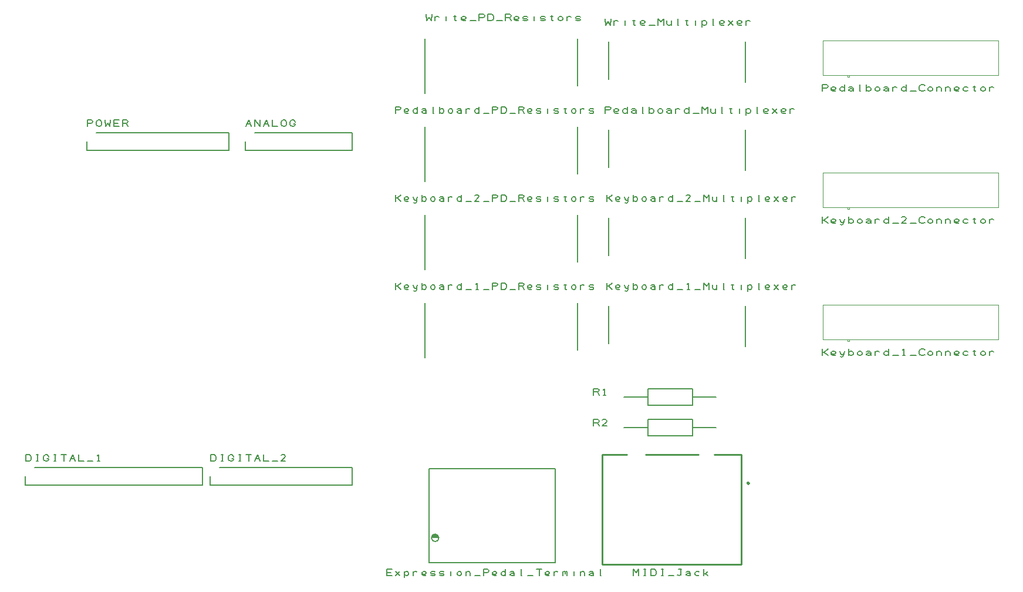
<source format=gbr>
G04 EasyPC Gerber Version 21.0.3 Build 4286 *
%FSLAX35Y35*%
%MOIN*%
%ADD13C,0.00394*%
%ADD11C,0.00500*%
%ADD10C,0.00600*%
%ADD12C,0.00787*%
%ADD15C,0.01000*%
X0Y0D02*
D02*
D10*
X351450Y156750D02*
Y135450D01*
Y206750D02*
Y185450D01*
Y256750D02*
Y235450D01*
Y306750D02*
Y285450D01*
X429050Y133750D02*
Y156750D01*
Y183750D02*
Y206750D01*
Y233750D02*
Y256750D01*
Y283750D02*
Y306750D01*
D02*
D11*
X20250Y68687D02*
Y72437D01*
X22125*
X22750Y72125*
X23063Y71813*
X23375Y71187*
Y69937*
X23063Y69313*
X22750Y69000*
X22125Y68687*
X20250*
X26187D02*
X27437D01*
X26813D02*
Y72437D01*
X26187D02*
X27437D01*
X32437Y70250D02*
X33375D01*
Y69937*
X33063Y69313*
X32750Y69000*
X32125Y68687*
X31500*
X30875Y69000*
X30563Y69313*
X30250Y69937*
Y71187*
X30563Y71813*
X30875Y72125*
X31500Y72437*
X32125*
X32750Y72125*
X33063Y71813*
X33375Y71187*
X36187Y68687D02*
X37437D01*
X36813D02*
Y72437D01*
X36187D02*
X37437D01*
X41813Y68687D02*
Y72437D01*
X40250D02*
X43375D01*
X45250Y68687D02*
X46813Y72437D01*
X48375Y68687*
X45875Y70250D02*
X47750D01*
X50250Y72437D02*
Y68687D01*
X53375*
X55250D02*
X58375D01*
X60875D02*
X62125D01*
X61500D02*
Y72437D01*
X60875Y71813*
X55250Y258687D02*
Y262437D01*
X57437*
X58063Y262125*
X58375Y261500*
X58063Y260875*
X57437Y260563*
X55250*
X60250Y259937D02*
Y261187D01*
X60563Y261813*
X60875Y262125*
X61500Y262437*
X62125*
X62750Y262125*
X63063Y261813*
X63375Y261187*
Y259937*
X63063Y259313*
X62750Y259000*
X62125Y258687*
X61500*
X60875Y259000*
X60563Y259313*
X60250Y259937*
X65250Y262437D02*
X65563Y258687D01*
X66813Y260563*
X68063Y258687*
X68375Y262437*
X70250Y258687D02*
Y262437D01*
X73375*
X72750Y260563D02*
X70250D01*
Y258687D02*
X73375D01*
X75250D02*
Y262437D01*
X77437*
X78063Y262125*
X78375Y261500*
X78063Y260875*
X77437Y260563*
X75250*
X77437D02*
X78375Y258687D01*
X125250Y68687D02*
Y72437D01*
X127125*
X127750Y72125*
X128063Y71813*
X128375Y71187*
Y69937*
X128063Y69313*
X127750Y69000*
X127125Y68687*
X125250*
X131187D02*
X132437D01*
X131813D02*
Y72437D01*
X131187D02*
X132437D01*
X137437Y70250D02*
X138375D01*
Y69937*
X138063Y69313*
X137750Y69000*
X137125Y68687*
X136500*
X135875Y69000*
X135563Y69313*
X135250Y69937*
Y71187*
X135563Y71813*
X135875Y72125*
X136500Y72437*
X137125*
X137750Y72125*
X138063Y71813*
X138375Y71187*
X141187Y68687D02*
X142437D01*
X141813D02*
Y72437D01*
X141187D02*
X142437D01*
X146813Y68687D02*
Y72437D01*
X145250D02*
X148375D01*
X150250Y68687D02*
X151813Y72437D01*
X153375Y68687*
X150875Y70250D02*
X152750D01*
X155250Y72437D02*
Y68687D01*
X158375*
X160250D02*
X163375D01*
X167750D02*
X165250D01*
X167437Y70875*
X167750Y71500*
X167437Y72125*
X166813Y72437*
X165875*
X165250Y72125*
X145250Y258687D02*
X146813Y262437D01*
X148375Y258687*
X145875Y260250D02*
X147750D01*
X150250Y258687D02*
Y262437D01*
X153375Y258687*
Y262437*
X155250Y258687D02*
X156813Y262437D01*
X158375Y258687*
X155875Y260250D02*
X157750D01*
X160250Y262437D02*
Y258687D01*
X163375*
X165250Y259937D02*
Y261187D01*
X165563Y261813*
X165875Y262125*
X166500Y262437*
X167125*
X167750Y262125*
X168063Y261813*
X168375Y261187*
Y259937*
X168063Y259313*
X167750Y259000*
X167125Y258687*
X166500*
X165875Y259000*
X165563Y259313*
X165250Y259937*
X172437Y260250D02*
X173375D01*
Y259937*
X173063Y259313*
X172750Y259000*
X172125Y258687*
X171500*
X170875Y259000*
X170563Y259313*
X170250Y259937*
Y261187*
X170563Y261813*
X170875Y262125*
X171500Y262437*
X172125*
X172750Y262125*
X173063Y261813*
X173375Y261187*
X225250Y3687D02*
Y7437D01*
X228375*
X227750Y5563D02*
X225250D01*
Y3687D02*
X228375D01*
X230250D02*
X232750Y6187D01*
Y3687D02*
X230250Y6187D01*
X235250D02*
Y2750D01*
Y4625D02*
X235563Y4000D01*
X236187Y3687*
X236813*
X237437Y4000*
X237750Y4625*
Y5250*
X237437Y5875*
X236813Y6187*
X236187*
X235563Y5875*
X235250Y5250*
Y4625*
X240250Y3687D02*
Y6187D01*
Y5250D02*
X240563Y5875D01*
X241187Y6187*
X241813*
X242437Y5875*
X247750Y4000D02*
X247437Y3687D01*
X246813*
X246187*
X245563Y4000*
X245250Y4625*
Y5563*
X245563Y5875*
X246187Y6187*
X246813*
X247437Y5875*
X247750Y5563*
Y5250*
X247437Y4937*
X246813Y4625*
X246187*
X245563Y4937*
X245250Y5250*
X250250Y4000D02*
X250875Y3687D01*
X252125*
X252750Y4000*
Y4625*
X252125Y4937*
X250875*
X250250Y5250*
Y5875*
X250875Y6187*
X252125*
X252750Y5875*
X255250Y4000D02*
X255875Y3687D01*
X257125*
X257750Y4000*
Y4625*
X257125Y4937*
X255875*
X255250Y5250*
Y5875*
X255875Y6187*
X257125*
X257750Y5875*
X261500Y3687D02*
Y6187D01*
Y7125D02*
X265250Y4625*
X265563Y4000D01*
X266187Y3687*
X266813*
X267437Y4000*
X267750Y4625*
Y5250*
X267437Y5875*
X266813Y6187*
X266187*
X265563Y5875*
X265250Y5250*
Y4625*
X270250Y3687D02*
Y6187D01*
Y5250D02*
X270563Y5875D01*
X271187Y6187*
X271813*
X272437Y5875*
X272750Y5250*
Y3687*
X275250D02*
X278375D01*
X280250D02*
Y7437D01*
X282437*
X283063Y7125*
X283375Y6500*
X283063Y5875*
X282437Y5563*
X280250*
X287750Y4000D02*
X287437Y3687D01*
X286813*
X286187*
X285563Y4000*
X285250Y4625*
Y5563*
X285563Y5875*
X286187Y6187*
X286813*
X287437Y5875*
X287750Y5563*
Y5250*
X287437Y4937*
X286813Y4625*
X286187*
X285563Y4937*
X285250Y5250*
X292750D02*
X292437Y5875D01*
X291813Y6187*
X291187*
X290563Y5875*
X290250Y5250*
Y4625*
X290563Y4000*
X291187Y3687*
X291813*
X292437Y4000*
X292750Y4625*
Y3687D02*
Y7437D01*
X295250Y5875D02*
X295875Y6187D01*
X296813*
X297437Y5875*
X297750Y5250*
Y4313*
X297437Y4000*
X296813Y3687*
X296187*
X295563Y4000*
X295250Y4313*
Y4625*
X295563Y4937*
X296187Y5250*
X296813*
X297437Y4937*
X297750Y4625*
Y4313D02*
Y3687D01*
X301813D02*
X301500D01*
Y7437*
X305250Y3687D02*
X308375D01*
X311813D02*
Y7437D01*
X310250D02*
X313375D01*
X317750Y4000D02*
X317437Y3687D01*
X316813*
X316187*
X315563Y4000*
X315250Y4625*
Y5563*
X315563Y5875*
X316187Y6187*
X316813*
X317437Y5875*
X317750Y5563*
Y5250*
X317437Y4937*
X316813Y4625*
X316187*
X315563Y4937*
X315250Y5250*
X320250Y3687D02*
Y6187D01*
Y5250D02*
X320563Y5875D01*
X321187Y6187*
X321813*
X322437Y5875*
X325250Y3687D02*
Y6187D01*
Y5875D02*
X325563Y6187D01*
X326187*
X326500Y5875*
Y4937*
Y5875D02*
X326813Y6187D01*
X327437*
X327750Y5875*
Y3687*
X331500D02*
Y6187D01*
Y7125D02*
X335250Y3687*
Y6187D01*
Y5250D02*
X335563Y5875D01*
X336187Y6187*
X336813*
X337437Y5875*
X337750Y5250*
Y3687*
X340250Y5875D02*
X340875Y6187D01*
X341813*
X342437Y5875*
X342750Y5250*
Y4313*
X342437Y4000*
X341813Y3687*
X341187*
X340563Y4000*
X340250Y4313*
Y4625*
X340563Y4937*
X341187Y5250*
X341813*
X342437Y4937*
X342750Y4625*
Y4313D02*
Y3687D01*
X346813D02*
X346500D01*
Y7437*
X230250Y166187D02*
Y169937D01*
Y168063D02*
X231187D01*
X233375Y169937*
X231187Y168063D02*
X233375Y166187D01*
X237750Y166500D02*
X237437Y166187D01*
X236813*
X236187*
X235563Y166500*
X235250Y167125*
Y168063*
X235563Y168375*
X236187Y168687*
X236813*
X237437Y168375*
X237750Y168063*
Y167750*
X237437Y167437*
X236813Y167125*
X236187*
X235563Y167437*
X235250Y167750*
X240250Y168687D02*
X240563Y167437D01*
X241187Y166813*
X241813*
X242437Y167437*
X242750Y168687*
X242437Y167437D02*
X242125Y166187D01*
X241813Y165563*
X241187Y165250*
X240563Y165563*
X245250Y167125D02*
X245563Y166500D01*
X246187Y166187*
X246813*
X247437Y166500*
X247750Y167125*
Y167750*
X247437Y168375*
X246813Y168687*
X246187*
X245563Y168375*
X245250Y167750*
Y166187D02*
Y169937D01*
X250250Y167125D02*
X250563Y166500D01*
X251187Y166187*
X251813*
X252437Y166500*
X252750Y167125*
Y167750*
X252437Y168375*
X251813Y168687*
X251187*
X250563Y168375*
X250250Y167750*
Y167125*
X255250Y168375D02*
X255875Y168687D01*
X256813*
X257437Y168375*
X257750Y167750*
Y166813*
X257437Y166500*
X256813Y166187*
X256187*
X255563Y166500*
X255250Y166813*
Y167125*
X255563Y167437*
X256187Y167750*
X256813*
X257437Y167437*
X257750Y167125*
Y166813D02*
Y166187D01*
X260250D02*
Y168687D01*
Y167750D02*
X260563Y168375D01*
X261187Y168687*
X261813*
X262437Y168375*
X267750Y167750D02*
X267437Y168375D01*
X266813Y168687*
X266187*
X265563Y168375*
X265250Y167750*
Y167125*
X265563Y166500*
X266187Y166187*
X266813*
X267437Y166500*
X267750Y167125*
Y166187D02*
Y169937D01*
X270250Y166187D02*
X273375D01*
X275875D02*
X277125D01*
X276500D02*
Y169937D01*
X275875Y169313*
X280250Y166187D02*
X283375D01*
X285250D02*
Y169937D01*
X287437*
X288063Y169625*
X288375Y169000*
X288063Y168375*
X287437Y168063*
X285250*
X290250Y166187D02*
Y169937D01*
X292125*
X292750Y169625*
X293063Y169313*
X293375Y168687*
Y167437*
X293063Y166813*
X292750Y166500*
X292125Y166187*
X290250*
X295250D02*
X298375D01*
X300250D02*
Y169937D01*
X302437*
X303063Y169625*
X303375Y169000*
X303063Y168375*
X302437Y168063*
X300250*
X302437D02*
X303375Y166187D01*
X307750Y166500D02*
X307437Y166187D01*
X306813*
X306187*
X305563Y166500*
X305250Y167125*
Y168063*
X305563Y168375*
X306187Y168687*
X306813*
X307437Y168375*
X307750Y168063*
Y167750*
X307437Y167437*
X306813Y167125*
X306187*
X305563Y167437*
X305250Y167750*
X310250Y166500D02*
X310875Y166187D01*
X312125*
X312750Y166500*
Y167125*
X312125Y167437*
X310875*
X310250Y167750*
Y168375*
X310875Y168687*
X312125*
X312750Y168375*
X316500Y166187D02*
Y168687D01*
Y169625D02*
X320250Y166500*
X320875Y166187D01*
X322125*
X322750Y166500*
Y167125*
X322125Y167437*
X320875*
X320250Y167750*
Y168375*
X320875Y168687*
X322125*
X322750Y168375*
X325875Y168687D02*
X327125D01*
X326500Y169313D02*
Y166500D01*
X326813Y166187*
X327125*
X327437Y166500*
X330250Y167125D02*
X330563Y166500D01*
X331187Y166187*
X331813*
X332437Y166500*
X332750Y167125*
Y167750*
X332437Y168375*
X331813Y168687*
X331187*
X330563Y168375*
X330250Y167750*
Y167125*
X335250Y166187D02*
Y168687D01*
Y167750D02*
X335563Y168375D01*
X336187Y168687*
X336813*
X337437Y168375*
X340250Y166500D02*
X340875Y166187D01*
X342125*
X342750Y166500*
Y167125*
X342125Y167437*
X340875*
X340250Y167750*
Y168375*
X340875Y168687*
X342125*
X342750Y168375*
X230250Y216187D02*
Y219937D01*
Y218063D02*
X231187D01*
X233375Y219937*
X231187Y218063D02*
X233375Y216187D01*
X237750Y216500D02*
X237437Y216187D01*
X236813*
X236187*
X235563Y216500*
X235250Y217125*
Y218063*
X235563Y218375*
X236187Y218687*
X236813*
X237437Y218375*
X237750Y218063*
Y217750*
X237437Y217437*
X236813Y217125*
X236187*
X235563Y217437*
X235250Y217750*
X240250Y218687D02*
X240563Y217437D01*
X241187Y216813*
X241813*
X242437Y217437*
X242750Y218687*
X242437Y217437D02*
X242125Y216187D01*
X241813Y215563*
X241187Y215250*
X240563Y215563*
X245250Y217125D02*
X245563Y216500D01*
X246187Y216187*
X246813*
X247437Y216500*
X247750Y217125*
Y217750*
X247437Y218375*
X246813Y218687*
X246187*
X245563Y218375*
X245250Y217750*
Y216187D02*
Y219937D01*
X250250Y217125D02*
X250563Y216500D01*
X251187Y216187*
X251813*
X252437Y216500*
X252750Y217125*
Y217750*
X252437Y218375*
X251813Y218687*
X251187*
X250563Y218375*
X250250Y217750*
Y217125*
X255250Y218375D02*
X255875Y218687D01*
X256813*
X257437Y218375*
X257750Y217750*
Y216813*
X257437Y216500*
X256813Y216187*
X256187*
X255563Y216500*
X255250Y216813*
Y217125*
X255563Y217437*
X256187Y217750*
X256813*
X257437Y217437*
X257750Y217125*
Y216813D02*
Y216187D01*
X260250D02*
Y218687D01*
Y217750D02*
X260563Y218375D01*
X261187Y218687*
X261813*
X262437Y218375*
X267750Y217750D02*
X267437Y218375D01*
X266813Y218687*
X266187*
X265563Y218375*
X265250Y217750*
Y217125*
X265563Y216500*
X266187Y216187*
X266813*
X267437Y216500*
X267750Y217125*
Y216187D02*
Y219937D01*
X270250Y216187D02*
X273375D01*
X277750D02*
X275250D01*
X277437Y218375*
X277750Y219000*
X277437Y219625*
X276813Y219937*
X275875*
X275250Y219625*
X280250Y216187D02*
X283375D01*
X285250D02*
Y219937D01*
X287437*
X288063Y219625*
X288375Y219000*
X288063Y218375*
X287437Y218063*
X285250*
X290250Y216187D02*
Y219937D01*
X292125*
X292750Y219625*
X293063Y219313*
X293375Y218687*
Y217437*
X293063Y216813*
X292750Y216500*
X292125Y216187*
X290250*
X295250D02*
X298375D01*
X300250D02*
Y219937D01*
X302437*
X303063Y219625*
X303375Y219000*
X303063Y218375*
X302437Y218063*
X300250*
X302437D02*
X303375Y216187D01*
X307750Y216500D02*
X307437Y216187D01*
X306813*
X306187*
X305563Y216500*
X305250Y217125*
Y218063*
X305563Y218375*
X306187Y218687*
X306813*
X307437Y218375*
X307750Y218063*
Y217750*
X307437Y217437*
X306813Y217125*
X306187*
X305563Y217437*
X305250Y217750*
X310250Y216500D02*
X310875Y216187D01*
X312125*
X312750Y216500*
Y217125*
X312125Y217437*
X310875*
X310250Y217750*
Y218375*
X310875Y218687*
X312125*
X312750Y218375*
X316500Y216187D02*
Y218687D01*
Y219625D02*
X320250Y216500*
X320875Y216187D01*
X322125*
X322750Y216500*
Y217125*
X322125Y217437*
X320875*
X320250Y217750*
Y218375*
X320875Y218687*
X322125*
X322750Y218375*
X325875Y218687D02*
X327125D01*
X326500Y219313D02*
Y216500D01*
X326813Y216187*
X327125*
X327437Y216500*
X330250Y217125D02*
X330563Y216500D01*
X331187Y216187*
X331813*
X332437Y216500*
X332750Y217125*
Y217750*
X332437Y218375*
X331813Y218687*
X331187*
X330563Y218375*
X330250Y217750*
Y217125*
X335250Y216187D02*
Y218687D01*
Y217750D02*
X335563Y218375D01*
X336187Y218687*
X336813*
X337437Y218375*
X340250Y216500D02*
X340875Y216187D01*
X342125*
X342750Y216500*
Y217125*
X342125Y217437*
X340875*
X340250Y217750*
Y218375*
X340875Y218687*
X342125*
X342750Y218375*
X230250Y266187D02*
Y269937D01*
X232437*
X233063Y269625*
X233375Y269000*
X233063Y268375*
X232437Y268063*
X230250*
X237750Y266500D02*
X237437Y266187D01*
X236813*
X236187*
X235563Y266500*
X235250Y267125*
Y268063*
X235563Y268375*
X236187Y268687*
X236813*
X237437Y268375*
X237750Y268063*
Y267750*
X237437Y267437*
X236813Y267125*
X236187*
X235563Y267437*
X235250Y267750*
X242750D02*
X242437Y268375D01*
X241813Y268687*
X241187*
X240563Y268375*
X240250Y267750*
Y267125*
X240563Y266500*
X241187Y266187*
X241813*
X242437Y266500*
X242750Y267125*
Y266187D02*
Y269937D01*
X245250Y268375D02*
X245875Y268687D01*
X246813*
X247437Y268375*
X247750Y267750*
Y266813*
X247437Y266500*
X246813Y266187*
X246187*
X245563Y266500*
X245250Y266813*
Y267125*
X245563Y267437*
X246187Y267750*
X246813*
X247437Y267437*
X247750Y267125*
Y266813D02*
Y266187D01*
X251813D02*
X251500D01*
Y269937*
X255250Y267125D02*
X255563Y266500D01*
X256187Y266187*
X256813*
X257437Y266500*
X257750Y267125*
Y267750*
X257437Y268375*
X256813Y268687*
X256187*
X255563Y268375*
X255250Y267750*
Y266187D02*
Y269937D01*
X260250Y267125D02*
X260563Y266500D01*
X261187Y266187*
X261813*
X262437Y266500*
X262750Y267125*
Y267750*
X262437Y268375*
X261813Y268687*
X261187*
X260563Y268375*
X260250Y267750*
Y267125*
X265250Y268375D02*
X265875Y268687D01*
X266813*
X267437Y268375*
X267750Y267750*
Y266813*
X267437Y266500*
X266813Y266187*
X266187*
X265563Y266500*
X265250Y266813*
Y267125*
X265563Y267437*
X266187Y267750*
X266813*
X267437Y267437*
X267750Y267125*
Y266813D02*
Y266187D01*
X270250D02*
Y268687D01*
Y267750D02*
X270563Y268375D01*
X271187Y268687*
X271813*
X272437Y268375*
X277750Y267750D02*
X277437Y268375D01*
X276813Y268687*
X276187*
X275563Y268375*
X275250Y267750*
Y267125*
X275563Y266500*
X276187Y266187*
X276813*
X277437Y266500*
X277750Y267125*
Y266187D02*
Y269937D01*
X280250Y266187D02*
X283375D01*
X285250D02*
Y269937D01*
X287437*
X288063Y269625*
X288375Y269000*
X288063Y268375*
X287437Y268063*
X285250*
X290250Y266187D02*
Y269937D01*
X292125*
X292750Y269625*
X293063Y269313*
X293375Y268687*
Y267437*
X293063Y266813*
X292750Y266500*
X292125Y266187*
X290250*
X295250D02*
X298375D01*
X300250D02*
Y269937D01*
X302437*
X303063Y269625*
X303375Y269000*
X303063Y268375*
X302437Y268063*
X300250*
X302437D02*
X303375Y266187D01*
X307750Y266500D02*
X307437Y266187D01*
X306813*
X306187*
X305563Y266500*
X305250Y267125*
Y268063*
X305563Y268375*
X306187Y268687*
X306813*
X307437Y268375*
X307750Y268063*
Y267750*
X307437Y267437*
X306813Y267125*
X306187*
X305563Y267437*
X305250Y267750*
X310250Y266500D02*
X310875Y266187D01*
X312125*
X312750Y266500*
Y267125*
X312125Y267437*
X310875*
X310250Y267750*
Y268375*
X310875Y268687*
X312125*
X312750Y268375*
X316500Y266187D02*
Y268687D01*
Y269625D02*
X320250Y266500*
X320875Y266187D01*
X322125*
X322750Y266500*
Y267125*
X322125Y267437*
X320875*
X320250Y267750*
Y268375*
X320875Y268687*
X322125*
X322750Y268375*
X325875Y268687D02*
X327125D01*
X326500Y269313D02*
Y266500D01*
X326813Y266187*
X327125*
X327437Y266500*
X330250Y267125D02*
X330563Y266500D01*
X331187Y266187*
X331813*
X332437Y266500*
X332750Y267125*
Y267750*
X332437Y268375*
X331813Y268687*
X331187*
X330563Y268375*
X330250Y267750*
Y267125*
X335250Y266187D02*
Y268687D01*
Y267750D02*
X335563Y268375D01*
X336187Y268687*
X336813*
X337437Y268375*
X340250Y266500D02*
X340875Y266187D01*
X342125*
X342750Y266500*
Y267125*
X342125Y267437*
X340875*
X340250Y267750*
Y268375*
X340875Y268687*
X342125*
X342750Y268375*
X247750Y322437D02*
X248063Y318687D01*
X249313Y320563*
X250563Y318687*
X250875Y322437*
X252750Y318687D02*
Y321187D01*
Y320250D02*
X253063Y320875D01*
X253687Y321187*
X254313*
X254937Y320875*
X259000Y318687D02*
Y321187D01*
Y322125D02*
X263375Y321187*
X264625D01*
X264000Y321813D02*
Y319000D01*
X264313Y318687*
X264625*
X264937Y319000*
X270250D02*
X269937Y318687D01*
X269313*
X268687*
X268063Y319000*
X267750Y319625*
Y320563*
X268063Y320875*
X268687Y321187*
X269313*
X269937Y320875*
X270250Y320563*
Y320250*
X269937Y319937*
X269313Y319625*
X268687*
X268063Y319937*
X267750Y320250*
X272750Y318687D02*
X275875D01*
X277750D02*
Y322437D01*
X279937*
X280563Y322125*
X280875Y321500*
X280563Y320875*
X279937Y320563*
X277750*
X282750Y318687D02*
Y322437D01*
X284625*
X285250Y322125*
X285563Y321813*
X285875Y321187*
Y319937*
X285563Y319313*
X285250Y319000*
X284625Y318687*
X282750*
X287750D02*
X290875D01*
X292750D02*
Y322437D01*
X294937*
X295563Y322125*
X295875Y321500*
X295563Y320875*
X294937Y320563*
X292750*
X294937D02*
X295875Y318687D01*
X300250Y319000D02*
X299937Y318687D01*
X299313*
X298687*
X298063Y319000*
X297750Y319625*
Y320563*
X298063Y320875*
X298687Y321187*
X299313*
X299937Y320875*
X300250Y320563*
Y320250*
X299937Y319937*
X299313Y319625*
X298687*
X298063Y319937*
X297750Y320250*
X302750Y319000D02*
X303375Y318687D01*
X304625*
X305250Y319000*
Y319625*
X304625Y319937*
X303375*
X302750Y320250*
Y320875*
X303375Y321187*
X304625*
X305250Y320875*
X309000Y318687D02*
Y321187D01*
Y322125D02*
X312750Y319000*
X313375Y318687D01*
X314625*
X315250Y319000*
Y319625*
X314625Y319937*
X313375*
X312750Y320250*
Y320875*
X313375Y321187*
X314625*
X315250Y320875*
X318375Y321187D02*
X319625D01*
X319000Y321813D02*
Y319000D01*
X319313Y318687*
X319625*
X319937Y319000*
X322750Y319625D02*
X323063Y319000D01*
X323687Y318687*
X324313*
X324937Y319000*
X325250Y319625*
Y320250*
X324937Y320875*
X324313Y321187*
X323687*
X323063Y320875*
X322750Y320250*
Y319625*
X327750Y318687D02*
Y321187D01*
Y320250D02*
X328063Y320875D01*
X328687Y321187*
X329313*
X329937Y320875*
X332750Y319000D02*
X333375Y318687D01*
X334625*
X335250Y319000*
Y319625*
X334625Y319937*
X333375*
X332750Y320250*
Y320875*
X333375Y321187*
X334625*
X335250Y320875*
X249210Y64550D02*
X321020D01*
Y11010*
X249210*
Y64550*
X250650Y25250D02*
G75*
G03X254850I2100D01*
G01*
G75*
G03X250650I-2100*
G01*
G36*
G75*
G03X254850I2100*
G01*
G75*
G03X250650I-2100*
G01*
G37*
X342750Y88687D02*
Y92437D01*
X344937*
X345563Y92125*
X345875Y91500*
X345563Y90875*
X344937Y90563*
X342750*
X344937D02*
X345875Y88687D01*
X350250D02*
X347750D01*
X349937Y90875*
X350250Y91500*
X349937Y92125*
X349313Y92437*
X348375*
X347750Y92125*
X342750Y106187D02*
Y109937D01*
X344937*
X345563Y109625*
X345875Y109000*
X345563Y108375*
X344937Y108063*
X342750*
X344937D02*
X345875Y106187D01*
X348375D02*
X349625D01*
X349000D02*
Y109937D01*
X348375Y109313*
X349450Y266187D02*
Y269937D01*
X351637*
X352263Y269625*
X352575Y269000*
X352263Y268375*
X351637Y268063*
X349450*
X356950Y266500D02*
X356637Y266187D01*
X356013*
X355387*
X354763Y266500*
X354450Y267125*
Y268063*
X354763Y268375*
X355387Y268687*
X356013*
X356637Y268375*
X356950Y268063*
Y267750*
X356637Y267437*
X356013Y267125*
X355387*
X354763Y267437*
X354450Y267750*
X361950D02*
X361637Y268375D01*
X361013Y268687*
X360387*
X359763Y268375*
X359450Y267750*
Y267125*
X359763Y266500*
X360387Y266187*
X361013*
X361637Y266500*
X361950Y267125*
Y266187D02*
Y269937D01*
X364450Y268375D02*
X365075Y268687D01*
X366013*
X366637Y268375*
X366950Y267750*
Y266813*
X366637Y266500*
X366013Y266187*
X365387*
X364763Y266500*
X364450Y266813*
Y267125*
X364763Y267437*
X365387Y267750*
X366013*
X366637Y267437*
X366950Y267125*
Y266813D02*
Y266187D01*
X371013D02*
X370700D01*
Y269937*
X374450Y267125D02*
X374763Y266500D01*
X375387Y266187*
X376013*
X376637Y266500*
X376950Y267125*
Y267750*
X376637Y268375*
X376013Y268687*
X375387*
X374763Y268375*
X374450Y267750*
Y266187D02*
Y269937D01*
X379450Y267125D02*
X379763Y266500D01*
X380387Y266187*
X381013*
X381637Y266500*
X381950Y267125*
Y267750*
X381637Y268375*
X381013Y268687*
X380387*
X379763Y268375*
X379450Y267750*
Y267125*
X384450Y268375D02*
X385075Y268687D01*
X386013*
X386637Y268375*
X386950Y267750*
Y266813*
X386637Y266500*
X386013Y266187*
X385387*
X384763Y266500*
X384450Y266813*
Y267125*
X384763Y267437*
X385387Y267750*
X386013*
X386637Y267437*
X386950Y267125*
Y266813D02*
Y266187D01*
X389450D02*
Y268687D01*
Y267750D02*
X389763Y268375D01*
X390387Y268687*
X391013*
X391637Y268375*
X396950Y267750D02*
X396637Y268375D01*
X396013Y268687*
X395387*
X394763Y268375*
X394450Y267750*
Y267125*
X394763Y266500*
X395387Y266187*
X396013*
X396637Y266500*
X396950Y267125*
Y266187D02*
Y269937D01*
X399450Y266187D02*
X402575D01*
X404450D02*
Y269937D01*
X406013Y268063*
X407575Y269937*
Y266187*
X409450Y268687D02*
Y267125D01*
X409763Y266500*
X410387Y266187*
X411013*
X411637Y266500*
X411950Y267125*
Y268687D02*
Y266187D01*
X416013D02*
X415700D01*
Y269937*
X420075Y268687D02*
X421325D01*
X420700Y269313D02*
Y266500D01*
X421013Y266187*
X421325*
X421637Y266500*
X425700Y266187D02*
Y268687D01*
Y269625D02*
X429450Y268687*
Y265250D01*
Y267125D02*
X429763Y266500D01*
X430387Y266187*
X431013*
X431637Y266500*
X431950Y267125*
Y267750*
X431637Y268375*
X431013Y268687*
X430387*
X429763Y268375*
X429450Y267750*
Y267125*
X436013Y266187D02*
X435700D01*
Y269937*
X441950Y266500D02*
X441637Y266187D01*
X441013*
X440387*
X439763Y266500*
X439450Y267125*
Y268063*
X439763Y268375*
X440387Y268687*
X441013*
X441637Y268375*
X441950Y268063*
Y267750*
X441637Y267437*
X441013Y267125*
X440387*
X439763Y267437*
X439450Y267750*
X444450Y266187D02*
X446950Y268687D01*
Y266187D02*
X444450Y268687D01*
X451950Y266500D02*
X451637Y266187D01*
X451013*
X450387*
X449763Y266500*
X449450Y267125*
Y268063*
X449763Y268375*
X450387Y268687*
X451013*
X451637Y268375*
X451950Y268063*
Y267750*
X451637Y267437*
X451013Y267125*
X450387*
X449763Y267437*
X449450Y267750*
X454450Y266187D02*
Y268687D01*
Y267750D02*
X454763Y268375D01*
X455387Y268687*
X456013*
X456637Y268375*
X349450Y319937D02*
X349763Y316187D01*
X351013Y318063*
X352263Y316187*
X352575Y319937*
X354450Y316187D02*
Y318687D01*
Y317750D02*
X354763Y318375D01*
X355387Y318687*
X356013*
X356637Y318375*
X360700Y316187D02*
Y318687D01*
Y319625D02*
X365075Y318687*
X366325D01*
X365700Y319313D02*
Y316500D01*
X366013Y316187*
X366325*
X366637Y316500*
X371950D02*
X371637Y316187D01*
X371013*
X370387*
X369763Y316500*
X369450Y317125*
Y318063*
X369763Y318375*
X370387Y318687*
X371013*
X371637Y318375*
X371950Y318063*
Y317750*
X371637Y317437*
X371013Y317125*
X370387*
X369763Y317437*
X369450Y317750*
X374450Y316187D02*
X377575D01*
X379450D02*
Y319937D01*
X381013Y318063*
X382575Y319937*
Y316187*
X384450Y318687D02*
Y317125D01*
X384763Y316500*
X385387Y316187*
X386013*
X386637Y316500*
X386950Y317125*
Y318687D02*
Y316187D01*
X391013D02*
X390700D01*
Y319937*
X395075Y318687D02*
X396325D01*
X395700Y319313D02*
Y316500D01*
X396013Y316187*
X396325*
X396637Y316500*
X400700Y316187D02*
Y318687D01*
Y319625D02*
X404450Y318687*
Y315250D01*
Y317125D02*
X404763Y316500D01*
X405387Y316187*
X406013*
X406637Y316500*
X406950Y317125*
Y317750*
X406637Y318375*
X406013Y318687*
X405387*
X404763Y318375*
X404450Y317750*
Y317125*
X411013Y316187D02*
X410700D01*
Y319937*
X416950Y316500D02*
X416637Y316187D01*
X416013*
X415387*
X414763Y316500*
X414450Y317125*
Y318063*
X414763Y318375*
X415387Y318687*
X416013*
X416637Y318375*
X416950Y318063*
Y317750*
X416637Y317437*
X416013Y317125*
X415387*
X414763Y317437*
X414450Y317750*
X419450Y316187D02*
X421950Y318687D01*
Y316187D02*
X419450Y318687D01*
X426950Y316500D02*
X426637Y316187D01*
X426013*
X425387*
X424763Y316500*
X424450Y317125*
Y318063*
X424763Y318375*
X425387Y318687*
X426013*
X426637Y318375*
X426950Y318063*
Y317750*
X426637Y317437*
X426013Y317125*
X425387*
X424763Y317437*
X424450Y317750*
X429450Y316187D02*
Y318687D01*
Y317750D02*
X429763Y318375D01*
X430387Y318687*
X431013*
X431637Y318375*
X350250Y166187D02*
Y169937D01*
Y168063D02*
X351187D01*
X353375Y169937*
X351187Y168063D02*
X353375Y166187D01*
X357750Y166500D02*
X357437Y166187D01*
X356813*
X356187*
X355563Y166500*
X355250Y167125*
Y168063*
X355563Y168375*
X356187Y168687*
X356813*
X357437Y168375*
X357750Y168063*
Y167750*
X357437Y167437*
X356813Y167125*
X356187*
X355563Y167437*
X355250Y167750*
X360250Y168687D02*
X360563Y167437D01*
X361187Y166813*
X361813*
X362437Y167437*
X362750Y168687*
X362437Y167437D02*
X362125Y166187D01*
X361813Y165563*
X361187Y165250*
X360563Y165563*
X365250Y167125D02*
X365563Y166500D01*
X366187Y166187*
X366813*
X367437Y166500*
X367750Y167125*
Y167750*
X367437Y168375*
X366813Y168687*
X366187*
X365563Y168375*
X365250Y167750*
Y166187D02*
Y169937D01*
X370250Y167125D02*
X370563Y166500D01*
X371187Y166187*
X371813*
X372437Y166500*
X372750Y167125*
Y167750*
X372437Y168375*
X371813Y168687*
X371187*
X370563Y168375*
X370250Y167750*
Y167125*
X375250Y168375D02*
X375875Y168687D01*
X376813*
X377437Y168375*
X377750Y167750*
Y166813*
X377437Y166500*
X376813Y166187*
X376187*
X375563Y166500*
X375250Y166813*
Y167125*
X375563Y167437*
X376187Y167750*
X376813*
X377437Y167437*
X377750Y167125*
Y166813D02*
Y166187D01*
X380250D02*
Y168687D01*
Y167750D02*
X380563Y168375D01*
X381187Y168687*
X381813*
X382437Y168375*
X387750Y167750D02*
X387437Y168375D01*
X386813Y168687*
X386187*
X385563Y168375*
X385250Y167750*
Y167125*
X385563Y166500*
X386187Y166187*
X386813*
X387437Y166500*
X387750Y167125*
Y166187D02*
Y169937D01*
X390250Y166187D02*
X393375D01*
X395875D02*
X397125D01*
X396500D02*
Y169937D01*
X395875Y169313*
X400250Y166187D02*
X403375D01*
X405250D02*
Y169937D01*
X406813Y168063*
X408375Y169937*
Y166187*
X410250Y168687D02*
Y167125D01*
X410563Y166500*
X411187Y166187*
X411813*
X412437Y166500*
X412750Y167125*
Y168687D02*
Y166187D01*
X416813D02*
X416500D01*
Y169937*
X420875Y168687D02*
X422125D01*
X421500Y169313D02*
Y166500D01*
X421813Y166187*
X422125*
X422437Y166500*
X426500Y166187D02*
Y168687D01*
Y169625D02*
X430250Y168687*
Y165250D01*
Y167125D02*
X430563Y166500D01*
X431187Y166187*
X431813*
X432437Y166500*
X432750Y167125*
Y167750*
X432437Y168375*
X431813Y168687*
X431187*
X430563Y168375*
X430250Y167750*
Y167125*
X436813Y166187D02*
X436500D01*
Y169937*
X442750Y166500D02*
X442437Y166187D01*
X441813*
X441187*
X440563Y166500*
X440250Y167125*
Y168063*
X440563Y168375*
X441187Y168687*
X441813*
X442437Y168375*
X442750Y168063*
Y167750*
X442437Y167437*
X441813Y167125*
X441187*
X440563Y167437*
X440250Y167750*
X445250Y166187D02*
X447750Y168687D01*
Y166187D02*
X445250Y168687D01*
X452750Y166500D02*
X452437Y166187D01*
X451813*
X451187*
X450563Y166500*
X450250Y167125*
Y168063*
X450563Y168375*
X451187Y168687*
X451813*
X452437Y168375*
X452750Y168063*
Y167750*
X452437Y167437*
X451813Y167125*
X451187*
X450563Y167437*
X450250Y167750*
X455250Y166187D02*
Y168687D01*
Y167750D02*
X455563Y168375D01*
X456187Y168687*
X456813*
X457437Y168375*
X350250Y216187D02*
Y219937D01*
Y218063D02*
X351187D01*
X353375Y219937*
X351187Y218063D02*
X353375Y216187D01*
X357750Y216500D02*
X357437Y216187D01*
X356813*
X356187*
X355563Y216500*
X355250Y217125*
Y218063*
X355563Y218375*
X356187Y218687*
X356813*
X357437Y218375*
X357750Y218063*
Y217750*
X357437Y217437*
X356813Y217125*
X356187*
X355563Y217437*
X355250Y217750*
X360250Y218687D02*
X360563Y217437D01*
X361187Y216813*
X361813*
X362437Y217437*
X362750Y218687*
X362437Y217437D02*
X362125Y216187D01*
X361813Y215563*
X361187Y215250*
X360563Y215563*
X365250Y217125D02*
X365563Y216500D01*
X366187Y216187*
X366813*
X367437Y216500*
X367750Y217125*
Y217750*
X367437Y218375*
X366813Y218687*
X366187*
X365563Y218375*
X365250Y217750*
Y216187D02*
Y219937D01*
X370250Y217125D02*
X370563Y216500D01*
X371187Y216187*
X371813*
X372437Y216500*
X372750Y217125*
Y217750*
X372437Y218375*
X371813Y218687*
X371187*
X370563Y218375*
X370250Y217750*
Y217125*
X375250Y218375D02*
X375875Y218687D01*
X376813*
X377437Y218375*
X377750Y217750*
Y216813*
X377437Y216500*
X376813Y216187*
X376187*
X375563Y216500*
X375250Y216813*
Y217125*
X375563Y217437*
X376187Y217750*
X376813*
X377437Y217437*
X377750Y217125*
Y216813D02*
Y216187D01*
X380250D02*
Y218687D01*
Y217750D02*
X380563Y218375D01*
X381187Y218687*
X381813*
X382437Y218375*
X387750Y217750D02*
X387437Y218375D01*
X386813Y218687*
X386187*
X385563Y218375*
X385250Y217750*
Y217125*
X385563Y216500*
X386187Y216187*
X386813*
X387437Y216500*
X387750Y217125*
Y216187D02*
Y219937D01*
X390250Y216187D02*
X393375D01*
X397750D02*
X395250D01*
X397437Y218375*
X397750Y219000*
X397437Y219625*
X396813Y219937*
X395875*
X395250Y219625*
X400250Y216187D02*
X403375D01*
X405250D02*
Y219937D01*
X406813Y218063*
X408375Y219937*
Y216187*
X410250Y218687D02*
Y217125D01*
X410563Y216500*
X411187Y216187*
X411813*
X412437Y216500*
X412750Y217125*
Y218687D02*
Y216187D01*
X416813D02*
X416500D01*
Y219937*
X420875Y218687D02*
X422125D01*
X421500Y219313D02*
Y216500D01*
X421813Y216187*
X422125*
X422437Y216500*
X426500Y216187D02*
Y218687D01*
Y219625D02*
X430250Y218687*
Y215250D01*
Y217125D02*
X430563Y216500D01*
X431187Y216187*
X431813*
X432437Y216500*
X432750Y217125*
Y217750*
X432437Y218375*
X431813Y218687*
X431187*
X430563Y218375*
X430250Y217750*
Y217125*
X436813Y216187D02*
X436500D01*
Y219937*
X442750Y216500D02*
X442437Y216187D01*
X441813*
X441187*
X440563Y216500*
X440250Y217125*
Y218063*
X440563Y218375*
X441187Y218687*
X441813*
X442437Y218375*
X442750Y218063*
Y217750*
X442437Y217437*
X441813Y217125*
X441187*
X440563Y217437*
X440250Y217750*
X445250Y216187D02*
X447750Y218687D01*
Y216187D02*
X445250Y218687D01*
X452750Y216500D02*
X452437Y216187D01*
X451813*
X451187*
X450563Y216500*
X450250Y217125*
Y218063*
X450563Y218375*
X451187Y218687*
X451813*
X452437Y218375*
X452750Y218063*
Y217750*
X452437Y217437*
X451813Y217125*
X451187*
X450563Y217437*
X450250Y217750*
X455250Y216187D02*
Y218687D01*
Y217750D02*
X455563Y218375D01*
X456187Y218687*
X456813*
X457437Y218375*
X365250Y3687D02*
Y7437D01*
X366813Y5563*
X368375Y7437*
Y3687*
X371187D02*
X372437D01*
X371813D02*
Y7437D01*
X371187D02*
X372437D01*
X375250Y3687D02*
Y7437D01*
X377125*
X377750Y7125*
X378063Y6813*
X378375Y6187*
Y4937*
X378063Y4313*
X377750Y4000*
X377125Y3687*
X375250*
X381187D02*
X382437D01*
X381813D02*
Y7437D01*
X381187D02*
X382437D01*
X385250Y3687D02*
X388375D01*
X390250Y4313D02*
X390563Y4000D01*
X391187Y3687*
X391813Y4000*
X392125Y4313*
Y7437*
X392750*
X392125D02*
X390875D01*
X395250Y5875D02*
X395875Y6187D01*
X396813*
X397437Y5875*
X397750Y5250*
Y4313*
X397437Y4000*
X396813Y3687*
X396187*
X395563Y4000*
X395250Y4313*
Y4625*
X395563Y4937*
X396187Y5250*
X396813*
X397437Y4937*
X397750Y4625*
Y4313D02*
Y3687D01*
X402750Y5875D02*
X402125Y6187D01*
X401187*
X400563Y5875*
X400250Y5250*
Y4625*
X400563Y4000*
X401187Y3687*
X402125*
X402750Y4000*
X405250Y3687D02*
Y7437D01*
Y4937D02*
X406187D01*
X407750Y6187*
X406187Y4937D02*
X407750Y3687D01*
X472750Y128687D02*
Y132437D01*
Y130563D02*
X473687D01*
X475875Y132437*
X473687Y130563D02*
X475875Y128687D01*
X480250Y129000D02*
X479937Y128687D01*
X479313*
X478687*
X478063Y129000*
X477750Y129625*
Y130563*
X478063Y130875*
X478687Y131187*
X479313*
X479937Y130875*
X480250Y130563*
Y130250*
X479937Y129937*
X479313Y129625*
X478687*
X478063Y129937*
X477750Y130250*
X482750Y131187D02*
X483063Y129937D01*
X483687Y129313*
X484313*
X484937Y129937*
X485250Y131187*
X484937Y129937D02*
X484625Y128687D01*
X484313Y128063*
X483687Y127750*
X483063Y128063*
X487750Y129625D02*
X488063Y129000D01*
X488687Y128687*
X489313*
X489937Y129000*
X490250Y129625*
Y130250*
X489937Y130875*
X489313Y131187*
X488687*
X488063Y130875*
X487750Y130250*
Y128687D02*
Y132437D01*
X492750Y129625D02*
X493063Y129000D01*
X493687Y128687*
X494313*
X494937Y129000*
X495250Y129625*
Y130250*
X494937Y130875*
X494313Y131187*
X493687*
X493063Y130875*
X492750Y130250*
Y129625*
X497750Y130875D02*
X498375Y131187D01*
X499313*
X499937Y130875*
X500250Y130250*
Y129313*
X499937Y129000*
X499313Y128687*
X498687*
X498063Y129000*
X497750Y129313*
Y129625*
X498063Y129937*
X498687Y130250*
X499313*
X499937Y129937*
X500250Y129625*
Y129313D02*
Y128687D01*
X502750D02*
Y131187D01*
Y130250D02*
X503063Y130875D01*
X503687Y131187*
X504313*
X504937Y130875*
X510250Y130250D02*
X509937Y130875D01*
X509313Y131187*
X508687*
X508063Y130875*
X507750Y130250*
Y129625*
X508063Y129000*
X508687Y128687*
X509313*
X509937Y129000*
X510250Y129625*
Y128687D02*
Y132437D01*
X512750Y128687D02*
X515875D01*
X518375D02*
X519625D01*
X519000D02*
Y132437D01*
X518375Y131813*
X522750Y128687D02*
X525875D01*
X530875Y129313D02*
X530563Y129000D01*
X529937Y128687*
X529000*
X528375Y129000*
X528063Y129313*
X527750Y129937*
Y131187*
X528063Y131813*
X528375Y132125*
X529000Y132437*
X529937*
X530563Y132125*
X530875Y131813*
X532750Y129625D02*
X533063Y129000D01*
X533687Y128687*
X534313*
X534937Y129000*
X535250Y129625*
Y130250*
X534937Y130875*
X534313Y131187*
X533687*
X533063Y130875*
X532750Y130250*
Y129625*
X537750Y128687D02*
Y131187D01*
Y130250D02*
X538063Y130875D01*
X538687Y131187*
X539313*
X539937Y130875*
X540250Y130250*
Y128687*
X542750D02*
Y131187D01*
Y130250D02*
X543063Y130875D01*
X543687Y131187*
X544313*
X544937Y130875*
X545250Y130250*
Y128687*
X550250Y129000D02*
X549937Y128687D01*
X549313*
X548687*
X548063Y129000*
X547750Y129625*
Y130563*
X548063Y130875*
X548687Y131187*
X549313*
X549937Y130875*
X550250Y130563*
Y130250*
X549937Y129937*
X549313Y129625*
X548687*
X548063Y129937*
X547750Y130250*
X555250Y130875D02*
X554625Y131187D01*
X553687*
X553063Y130875*
X552750Y130250*
Y129625*
X553063Y129000*
X553687Y128687*
X554625*
X555250Y129000*
X558375Y131187D02*
X559625D01*
X559000Y131813D02*
Y129000D01*
X559313Y128687*
X559625*
X559937Y129000*
X562750Y129625D02*
X563063Y129000D01*
X563687Y128687*
X564313*
X564937Y129000*
X565250Y129625*
Y130250*
X564937Y130875*
X564313Y131187*
X563687*
X563063Y130875*
X562750Y130250*
Y129625*
X567750Y128687D02*
Y131187D01*
Y130250D02*
X568063Y130875D01*
X568687Y131187*
X569313*
X569937Y130875*
X472750Y203687D02*
Y207437D01*
Y205563D02*
X473687D01*
X475875Y207437*
X473687Y205563D02*
X475875Y203687D01*
X480250Y204000D02*
X479937Y203687D01*
X479313*
X478687*
X478063Y204000*
X477750Y204625*
Y205563*
X478063Y205875*
X478687Y206187*
X479313*
X479937Y205875*
X480250Y205563*
Y205250*
X479937Y204937*
X479313Y204625*
X478687*
X478063Y204937*
X477750Y205250*
X482750Y206187D02*
X483063Y204937D01*
X483687Y204313*
X484313*
X484937Y204937*
X485250Y206187*
X484937Y204937D02*
X484625Y203687D01*
X484313Y203063*
X483687Y202750*
X483063Y203063*
X487750Y204625D02*
X488063Y204000D01*
X488687Y203687*
X489313*
X489937Y204000*
X490250Y204625*
Y205250*
X489937Y205875*
X489313Y206187*
X488687*
X488063Y205875*
X487750Y205250*
Y203687D02*
Y207437D01*
X492750Y204625D02*
X493063Y204000D01*
X493687Y203687*
X494313*
X494937Y204000*
X495250Y204625*
Y205250*
X494937Y205875*
X494313Y206187*
X493687*
X493063Y205875*
X492750Y205250*
Y204625*
X497750Y205875D02*
X498375Y206187D01*
X499313*
X499937Y205875*
X500250Y205250*
Y204313*
X499937Y204000*
X499313Y203687*
X498687*
X498063Y204000*
X497750Y204313*
Y204625*
X498063Y204937*
X498687Y205250*
X499313*
X499937Y204937*
X500250Y204625*
Y204313D02*
Y203687D01*
X502750D02*
Y206187D01*
Y205250D02*
X503063Y205875D01*
X503687Y206187*
X504313*
X504937Y205875*
X510250Y205250D02*
X509937Y205875D01*
X509313Y206187*
X508687*
X508063Y205875*
X507750Y205250*
Y204625*
X508063Y204000*
X508687Y203687*
X509313*
X509937Y204000*
X510250Y204625*
Y203687D02*
Y207437D01*
X512750Y203687D02*
X515875D01*
X520250D02*
X517750D01*
X519937Y205875*
X520250Y206500*
X519937Y207125*
X519313Y207437*
X518375*
X517750Y207125*
X522750Y203687D02*
X525875D01*
X530875Y204313D02*
X530563Y204000D01*
X529937Y203687*
X529000*
X528375Y204000*
X528063Y204313*
X527750Y204937*
Y206187*
X528063Y206813*
X528375Y207125*
X529000Y207437*
X529937*
X530563Y207125*
X530875Y206813*
X532750Y204625D02*
X533063Y204000D01*
X533687Y203687*
X534313*
X534937Y204000*
X535250Y204625*
Y205250*
X534937Y205875*
X534313Y206187*
X533687*
X533063Y205875*
X532750Y205250*
Y204625*
X537750Y203687D02*
Y206187D01*
Y205250D02*
X538063Y205875D01*
X538687Y206187*
X539313*
X539937Y205875*
X540250Y205250*
Y203687*
X542750D02*
Y206187D01*
Y205250D02*
X543063Y205875D01*
X543687Y206187*
X544313*
X544937Y205875*
X545250Y205250*
Y203687*
X550250Y204000D02*
X549937Y203687D01*
X549313*
X548687*
X548063Y204000*
X547750Y204625*
Y205563*
X548063Y205875*
X548687Y206187*
X549313*
X549937Y205875*
X550250Y205563*
Y205250*
X549937Y204937*
X549313Y204625*
X548687*
X548063Y204937*
X547750Y205250*
X555250Y205875D02*
X554625Y206187D01*
X553687*
X553063Y205875*
X552750Y205250*
Y204625*
X553063Y204000*
X553687Y203687*
X554625*
X555250Y204000*
X558375Y206187D02*
X559625D01*
X559000Y206813D02*
Y204000D01*
X559313Y203687*
X559625*
X559937Y204000*
X562750Y204625D02*
X563063Y204000D01*
X563687Y203687*
X564313*
X564937Y204000*
X565250Y204625*
Y205250*
X564937Y205875*
X564313Y206187*
X563687*
X563063Y205875*
X562750Y205250*
Y204625*
X567750Y203687D02*
Y206187D01*
Y205250D02*
X568063Y205875D01*
X568687Y206187*
X569313*
X569937Y205875*
X472750Y278687D02*
Y282437D01*
X474937*
X475563Y282125*
X475875Y281500*
X475563Y280875*
X474937Y280563*
X472750*
X480250Y279000D02*
X479937Y278687D01*
X479313*
X478687*
X478063Y279000*
X477750Y279625*
Y280563*
X478063Y280875*
X478687Y281187*
X479313*
X479937Y280875*
X480250Y280563*
Y280250*
X479937Y279937*
X479313Y279625*
X478687*
X478063Y279937*
X477750Y280250*
X485250D02*
X484937Y280875D01*
X484313Y281187*
X483687*
X483063Y280875*
X482750Y280250*
Y279625*
X483063Y279000*
X483687Y278687*
X484313*
X484937Y279000*
X485250Y279625*
Y278687D02*
Y282437D01*
X487750Y280875D02*
X488375Y281187D01*
X489313*
X489937Y280875*
X490250Y280250*
Y279313*
X489937Y279000*
X489313Y278687*
X488687*
X488063Y279000*
X487750Y279313*
Y279625*
X488063Y279937*
X488687Y280250*
X489313*
X489937Y279937*
X490250Y279625*
Y279313D02*
Y278687D01*
X494313D02*
X494000D01*
Y282437*
X497750Y279625D02*
X498063Y279000D01*
X498687Y278687*
X499313*
X499937Y279000*
X500250Y279625*
Y280250*
X499937Y280875*
X499313Y281187*
X498687*
X498063Y280875*
X497750Y280250*
Y278687D02*
Y282437D01*
X502750Y279625D02*
X503063Y279000D01*
X503687Y278687*
X504313*
X504937Y279000*
X505250Y279625*
Y280250*
X504937Y280875*
X504313Y281187*
X503687*
X503063Y280875*
X502750Y280250*
Y279625*
X507750Y280875D02*
X508375Y281187D01*
X509313*
X509937Y280875*
X510250Y280250*
Y279313*
X509937Y279000*
X509313Y278687*
X508687*
X508063Y279000*
X507750Y279313*
Y279625*
X508063Y279937*
X508687Y280250*
X509313*
X509937Y279937*
X510250Y279625*
Y279313D02*
Y278687D01*
X512750D02*
Y281187D01*
Y280250D02*
X513063Y280875D01*
X513687Y281187*
X514313*
X514937Y280875*
X520250Y280250D02*
X519937Y280875D01*
X519313Y281187*
X518687*
X518063Y280875*
X517750Y280250*
Y279625*
X518063Y279000*
X518687Y278687*
X519313*
X519937Y279000*
X520250Y279625*
Y278687D02*
Y282437D01*
X522750Y278687D02*
X525875D01*
X530875Y279313D02*
X530563Y279000D01*
X529937Y278687*
X529000*
X528375Y279000*
X528063Y279313*
X527750Y279937*
Y281187*
X528063Y281813*
X528375Y282125*
X529000Y282437*
X529937*
X530563Y282125*
X530875Y281813*
X532750Y279625D02*
X533063Y279000D01*
X533687Y278687*
X534313*
X534937Y279000*
X535250Y279625*
Y280250*
X534937Y280875*
X534313Y281187*
X533687*
X533063Y280875*
X532750Y280250*
Y279625*
X537750Y278687D02*
Y281187D01*
Y280250D02*
X538063Y280875D01*
X538687Y281187*
X539313*
X539937Y280875*
X540250Y280250*
Y278687*
X542750D02*
Y281187D01*
Y280250D02*
X543063Y280875D01*
X543687Y281187*
X544313*
X544937Y280875*
X545250Y280250*
Y278687*
X550250Y279000D02*
X549937Y278687D01*
X549313*
X548687*
X548063Y279000*
X547750Y279625*
Y280563*
X548063Y280875*
X548687Y281187*
X549313*
X549937Y280875*
X550250Y280563*
Y280250*
X549937Y279937*
X549313Y279625*
X548687*
X548063Y279937*
X547750Y280250*
X555250Y280875D02*
X554625Y281187D01*
X553687*
X553063Y280875*
X552750Y280250*
Y279625*
X553063Y279000*
X553687Y278687*
X554625*
X555250Y279000*
X558375Y281187D02*
X559625D01*
X559000Y281813D02*
Y279000D01*
X559313Y278687*
X559625*
X559937Y279000*
X562750Y279625D02*
X563063Y279000D01*
X563687Y278687*
X564313*
X564937Y279000*
X565250Y279625*
Y280250*
X564937Y280875*
X564313Y281187*
X563687*
X563063Y280875*
X562750Y280250*
Y279625*
X567750Y278687D02*
Y281187D01*
Y280250D02*
X568063Y280875D01*
X568687Y281187*
X569313*
X569937Y280875*
D02*
D12*
X19856Y60250D02*
Y55250D01*
X120644*
Y65250*
X25250*
X54856Y250250D02*
Y245250D01*
X135644*
Y255250*
X60250*
X124856Y60250D02*
Y55250D01*
X205644*
Y65250*
X130250*
X144856Y250250D02*
Y245250D01*
X205644*
Y255250*
X150250*
X247002Y127616D02*
Y158656D01*
Y177616D02*
Y208656D01*
Y227616D02*
Y258656D01*
Y277616D02*
Y308656D01*
X333498Y131844D02*
Y158656D01*
Y181844D02*
Y208656D01*
Y231844D02*
Y258656D01*
Y281844D02*
Y308656D01*
X373608Y87750D02*
X360120D01*
X373608Y105250D02*
X360120D01*
X398900Y83026D02*
X373608D01*
Y92474*
X398900*
Y83026*
Y100526D02*
X373608D01*
Y109974*
X398900*
Y100526*
X412388Y87750D02*
X398900D01*
X412388Y105250D02*
X398900D01*
D02*
D13*
X472829Y157593D02*
X572671D01*
Y137907*
X472829*
Y157593*
Y232593D02*
X572671D01*
Y212907*
X472829*
Y232593*
Y307593D02*
X572671D01*
Y287907*
X472829*
Y307593*
X486852Y137754D02*
X487841D01*
Y136738*
X486852*
Y137754*
Y212754D02*
X487841D01*
Y211738*
X486852*
Y212754*
Y287754D02*
X487841D01*
Y286738*
X486852*
Y287754*
D02*
D15*
X372287Y72455D02*
X402243D01*
X411451D02*
X426490D01*
Y10250*
X347750*
Y72455*
X361568*
X431168Y56233D02*
G75*
G02X429938I-615D01*
G01*
X431168D02*
G75*
G02X429938I-615D01*
G01*
G75*
G02X431168I615*
G01*
X0Y0D02*
M02*

</source>
